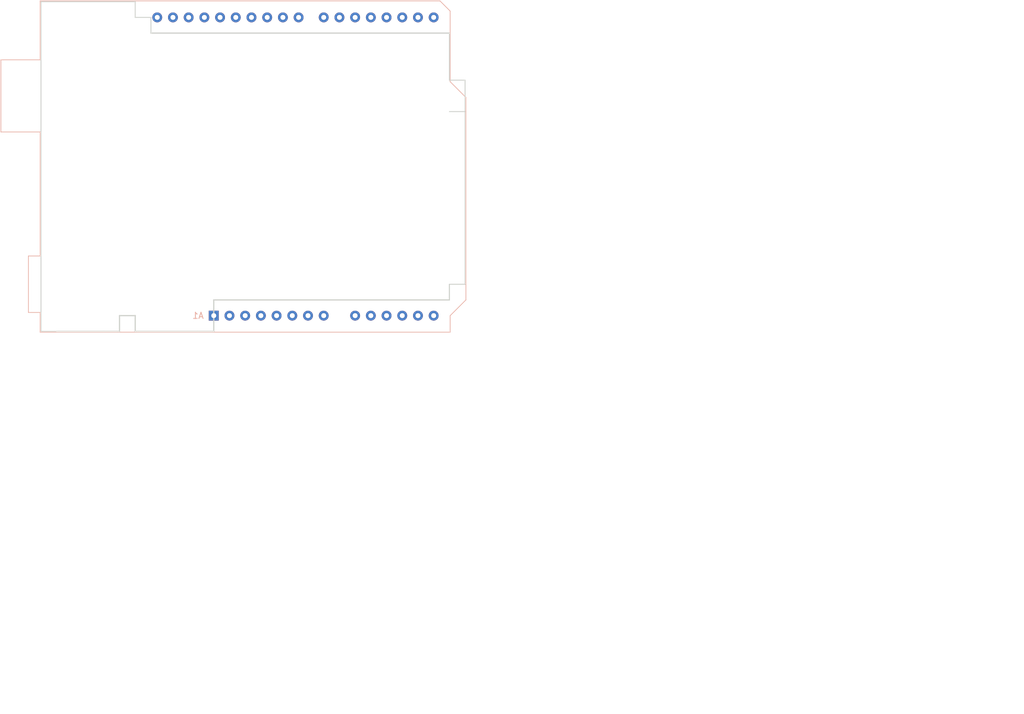
<source format=kicad_pcb>
(kicad_pcb (version 20171130) (host pcbnew "(5.0.1-3-g963ef8bb5)")

  (general
    (thickness 1.6)
    (drawings 29)
    (tracks 74)
    (zones 0)
    (modules 1)
    (nets 31)
  )

  (page A4)
  (layers
    (0 F.Solder signal)
    (1 B.Solder signal)
    (2 F.Wire signal)
    (31 B.Wire signal)
    (32 B.Adhes user)
    (33 F.Adhes user)
    (34 B.Paste user)
    (35 F.Paste user)
    (36 B.SilkS user)
    (37 F.SilkS user)
    (38 B.Mask user)
    (39 F.Mask user)
    (40 Dwgs.User user)
    (41 Cmts.User user)
    (42 Eco1.User user)
    (43 Eco2.User user)
    (44 Edge.Cuts user)
    (45 Margin user)
    (46 B.CrtYd user)
    (47 F.CrtYd user)
    (48 B.Fab user hide)
    (49 F.Fab user hide)
  )

  (setup
    (last_trace_width 0.25)
    (trace_clearance 0.2)
    (zone_clearance 0.508)
    (zone_45_only no)
    (trace_min 0.2)
    (segment_width 0.2)
    (edge_width 0.15)
    (via_size 0.8)
    (via_drill 0.4)
    (via_min_size 0.4)
    (via_min_drill 0.3)
    (uvia_size 0.3)
    (uvia_drill 0.1)
    (uvias_allowed no)
    (uvia_min_size 0.2)
    (uvia_min_drill 0.1)
    (pcb_text_width 0.3)
    (pcb_text_size 1.5 1.5)
    (mod_edge_width 0.15)
    (mod_text_size 1 1)
    (mod_text_width 0.15)
    (pad_size 1.524 1.524)
    (pad_drill 0.762)
    (pad_to_mask_clearance 0.051)
    (solder_mask_min_width 0.25)
    (aux_axis_origin 0 0)
    (visible_elements FFFFFF7F)
    (pcbplotparams
      (layerselection 0x010fc_ffffffff)
      (usegerberextensions false)
      (usegerberattributes false)
      (usegerberadvancedattributes false)
      (creategerberjobfile false)
      (excludeedgelayer true)
      (linewidth 0.100000)
      (plotframeref false)
      (viasonmask false)
      (mode 1)
      (useauxorigin false)
      (hpglpennumber 1)
      (hpglpenspeed 20)
      (hpglpendiameter 15.000000)
      (psnegative false)
      (psa4output false)
      (plotreference true)
      (plotvalue true)
      (plotinvisibletext false)
      (padsonsilk false)
      (subtractmaskfromsilk false)
      (outputformat 1)
      (mirror false)
      (drillshape 1)
      (scaleselection 1)
      (outputdirectory ""))
  )

  (net 0 "")
  (net 1 "Net-(A1-Pad32)")
  (net 2 "Net-(A1-Pad31)")
  (net 3 "Net-(A1-Pad1)")
  (net 4 "Net-(A1-Pad17)")
  (net 5 "Net-(A1-Pad2)")
  (net 6 "Net-(A1-Pad18)")
  (net 7 "Net-(A1-Pad3)")
  (net 8 "Net-(A1-Pad19)")
  (net 9 "Net-(A1-Pad4)")
  (net 10 "Net-(A1-Pad20)")
  (net 11 +5V)
  (net 12 "Net-(A1-Pad21)")
  (net 13 GND)
  (net 14 "Net-(A1-Pad22)")
  (net 15 "Net-(A1-Pad23)")
  (net 16 "Net-(A1-Pad8)")
  (net 17 "Net-(A1-Pad24)")
  (net 18 "Net-(A1-Pad9)")
  (net 19 "Net-(A1-Pad25)")
  (net 20 "Net-(A1-Pad10)")
  (net 21 "Net-(A1-Pad26)")
  (net 22 "Net-(A1-Pad11)")
  (net 23 "Net-(A1-Pad27)")
  (net 24 "Net-(A1-Pad12)")
  (net 25 "Net-(A1-Pad28)")
  (net 26 "Net-(A1-Pad13)")
  (net 27 "Net-(A1-Pad14)")
  (net 28 "Net-(A1-Pad30)")
  (net 29 "Net-(A1-Pad15)")
  (net 30 "Net-(A1-Pad16)")

  (net_class Default "This is the default net class."
    (clearance 0.2)
    (trace_width 0.25)
    (via_dia 0.8)
    (via_drill 0.4)
    (uvia_dia 0.3)
    (uvia_drill 0.1)
    (add_net +5V)
    (add_net GND)
    (add_net "Net-(A1-Pad1)")
    (add_net "Net-(A1-Pad10)")
    (add_net "Net-(A1-Pad11)")
    (add_net "Net-(A1-Pad12)")
    (add_net "Net-(A1-Pad13)")
    (add_net "Net-(A1-Pad14)")
    (add_net "Net-(A1-Pad15)")
    (add_net "Net-(A1-Pad16)")
    (add_net "Net-(A1-Pad17)")
    (add_net "Net-(A1-Pad18)")
    (add_net "Net-(A1-Pad19)")
    (add_net "Net-(A1-Pad2)")
    (add_net "Net-(A1-Pad20)")
    (add_net "Net-(A1-Pad21)")
    (add_net "Net-(A1-Pad22)")
    (add_net "Net-(A1-Pad23)")
    (add_net "Net-(A1-Pad24)")
    (add_net "Net-(A1-Pad25)")
    (add_net "Net-(A1-Pad26)")
    (add_net "Net-(A1-Pad27)")
    (add_net "Net-(A1-Pad28)")
    (add_net "Net-(A1-Pad3)")
    (add_net "Net-(A1-Pad30)")
    (add_net "Net-(A1-Pad31)")
    (add_net "Net-(A1-Pad32)")
    (add_net "Net-(A1-Pad4)")
    (add_net "Net-(A1-Pad8)")
    (add_net "Net-(A1-Pad9)")
  )

  (module ECE3400:Arduino_UNO_R3 (layer B.Wire) (tedit 5D8CE35F) (tstamp 5E130788)
    (at 139.7 129.54)
    (path /5D8F1316)
    (fp_text reference A1 (at -2.54 0 -180) (layer B.SilkS)
      (effects (font (size 1 1) (thickness 0.15)) (justify mirror))
    )
    (fp_text value Arduino_UNO_R3 (at 0 -22.86) (layer B.Fab)
      (effects (font (size 1 1) (thickness 0.15)) (justify mirror))
    )
    (fp_text user %R (at 0 -20.32 -180) (layer B.Fab)
      (effects (font (size 1 1) (thickness 0.15)) (justify mirror))
    )
    (fp_line (start 38.35 2.79) (end 38.35 0) (layer B.CrtYd) (width 0.05))
    (fp_line (start 38.35 0) (end 40.89 -2.54) (layer B.CrtYd) (width 0.05))
    (fp_line (start 40.89 -2.54) (end 40.89 -35.31) (layer B.CrtYd) (width 0.05))
    (fp_line (start 40.89 -35.31) (end 38.35 -37.85) (layer B.CrtYd) (width 0.05))
    (fp_line (start 38.35 -37.85) (end 38.35 -49.28) (layer B.CrtYd) (width 0.05))
    (fp_line (start 38.35 -49.28) (end 36.58 -51.05) (layer B.CrtYd) (width 0.05))
    (fp_line (start 36.58 -51.05) (end -28.19 -51.05) (layer B.CrtYd) (width 0.05))
    (fp_line (start -28.19 -51.05) (end -28.19 -41.53) (layer B.CrtYd) (width 0.05))
    (fp_line (start -28.19 -41.53) (end -34.54 -41.53) (layer B.CrtYd) (width 0.05))
    (fp_line (start -34.54 -41.53) (end -34.54 -29.59) (layer B.CrtYd) (width 0.05))
    (fp_line (start -34.54 -29.59) (end -28.19 -29.59) (layer B.CrtYd) (width 0.05))
    (fp_line (start -28.19 -29.59) (end -28.19 -9.78) (layer B.CrtYd) (width 0.05))
    (fp_line (start -28.19 -9.78) (end -30.1 -9.78) (layer B.CrtYd) (width 0.05))
    (fp_line (start -30.1 -9.78) (end -30.1 -0.38) (layer B.CrtYd) (width 0.05))
    (fp_line (start -30.1 -0.38) (end -28.19 -0.38) (layer B.CrtYd) (width 0.05))
    (fp_line (start -28.19 -0.38) (end -28.19 2.79) (layer B.CrtYd) (width 0.05))
    (fp_line (start -28.19 2.79) (end 38.35 2.79) (layer B.CrtYd) (width 0.05))
    (fp_line (start 40.77 -35.31) (end 40.77 -2.54) (layer B.SilkS) (width 0.12))
    (fp_line (start 40.77 -2.54) (end 38.23 0) (layer B.SilkS) (width 0.12))
    (fp_line (start 38.23 0) (end 38.23 2.67) (layer B.SilkS) (width 0.12))
    (fp_line (start 38.23 2.67) (end -28.07 2.67) (layer B.SilkS) (width 0.12))
    (fp_line (start -28.07 2.67) (end -28.07 -0.51) (layer B.SilkS) (width 0.12))
    (fp_line (start -28.07 -0.51) (end -29.97 -0.51) (layer B.SilkS) (width 0.12))
    (fp_line (start -29.97 -0.51) (end -29.97 -9.65) (layer B.SilkS) (width 0.12))
    (fp_line (start -29.97 -9.65) (end -28.07 -9.65) (layer B.SilkS) (width 0.12))
    (fp_line (start -28.07 -9.65) (end -28.07 -29.72) (layer B.SilkS) (width 0.12))
    (fp_line (start -28.07 -29.72) (end -34.42 -29.72) (layer B.SilkS) (width 0.12))
    (fp_line (start -34.42 -29.72) (end -34.42 -41.4) (layer B.SilkS) (width 0.12))
    (fp_line (start -34.42 -41.4) (end -28.07 -41.4) (layer B.SilkS) (width 0.12))
    (fp_line (start -28.07 -41.4) (end -28.07 -50.93) (layer B.SilkS) (width 0.12))
    (fp_line (start -28.07 -50.93) (end 36.58 -50.93) (layer B.SilkS) (width 0.12))
    (fp_line (start 36.58 -50.93) (end 38.23 -49.28) (layer B.SilkS) (width 0.12))
    (fp_line (start 38.23 -49.28) (end 38.23 -37.85) (layer B.SilkS) (width 0.12))
    (fp_line (start 38.23 -37.85) (end 40.77 -35.31) (layer B.SilkS) (width 0.12))
    (fp_line (start -34.29 -29.84) (end -18.41 -29.84) (layer B.Fab) (width 0.1))
    (fp_line (start -18.41 -29.84) (end -18.41 -41.27) (layer B.Fab) (width 0.1))
    (fp_line (start -18.41 -41.27) (end -34.29 -41.27) (layer B.Fab) (width 0.1))
    (fp_line (start -34.29 -41.27) (end -34.29 -29.84) (layer B.Fab) (width 0.1))
    (fp_line (start -29.84 -0.64) (end -16.51 -0.64) (layer B.Fab) (width 0.1))
    (fp_line (start -16.51 -0.64) (end -16.51 -9.53) (layer B.Fab) (width 0.1))
    (fp_line (start -16.51 -9.53) (end -29.84 -9.53) (layer B.Fab) (width 0.1))
    (fp_line (start -29.84 -9.53) (end -29.84 -0.64) (layer B.Fab) (width 0.1))
    (fp_line (start 38.1 -37.85) (end 38.1 -49.28) (layer B.Fab) (width 0.1))
    (fp_line (start 40.64 -2.54) (end 40.64 -35.31) (layer B.Fab) (width 0.1))
    (fp_line (start 40.64 -35.31) (end 38.1 -37.85) (layer B.Fab) (width 0.1))
    (fp_line (start 38.1 2.54) (end 38.1 0) (layer B.Fab) (width 0.1))
    (fp_line (start 38.1 0) (end 40.64 -2.54) (layer B.Fab) (width 0.1))
    (fp_line (start 38.1 -49.28) (end 36.58 -50.8) (layer B.Fab) (width 0.1))
    (fp_line (start 36.58 -50.8) (end -27.94 -50.8) (layer B.Fab) (width 0.1))
    (fp_line (start -27.94 -50.8) (end -27.94 2.54) (layer B.Fab) (width 0.1))
    (fp_line (start -27.94 2.54) (end 38.1 2.54) (layer B.Fab) (width 0.1))
    (pad 32 thru_hole oval (at -9.14 -48.26 270) (size 1.6 1.6) (drill 0.8) (layers *.Cu *.Mask)
      (net 1 "Net-(A1-Pad32)"))
    (pad 31 thru_hole oval (at -6.6 -48.26 270) (size 1.6 1.6) (drill 0.8) (layers *.Cu *.Mask)
      (net 2 "Net-(A1-Pad31)"))
    (pad 1 thru_hole rect (at 0 0 270) (size 1.6 1.6) (drill 0.8) (layers *.Cu *.Mask)
      (net 3 "Net-(A1-Pad1)"))
    (pad 17 thru_hole oval (at 30.48 -48.26 270) (size 1.6 1.6) (drill 0.8) (layers *.Cu *.Mask)
      (net 4 "Net-(A1-Pad17)"))
    (pad 2 thru_hole oval (at 2.54 0 270) (size 1.6 1.6) (drill 0.8) (layers *.Cu *.Mask)
      (net 5 "Net-(A1-Pad2)"))
    (pad 18 thru_hole oval (at 27.94 -48.26 270) (size 1.6 1.6) (drill 0.8) (layers *.Cu *.Mask)
      (net 6 "Net-(A1-Pad18)"))
    (pad 3 thru_hole oval (at 5.08 0 270) (size 1.6 1.6) (drill 0.8) (layers *.Cu *.Mask)
      (net 7 "Net-(A1-Pad3)"))
    (pad 19 thru_hole oval (at 25.4 -48.26 270) (size 1.6 1.6) (drill 0.8) (layers *.Cu *.Mask)
      (net 8 "Net-(A1-Pad19)"))
    (pad 4 thru_hole oval (at 7.62 0 270) (size 1.6 1.6) (drill 0.8) (layers *.Cu *.Mask)
      (net 9 "Net-(A1-Pad4)"))
    (pad 20 thru_hole oval (at 22.86 -48.26 270) (size 1.6 1.6) (drill 0.8) (layers *.Cu *.Mask)
      (net 10 "Net-(A1-Pad20)"))
    (pad 5 thru_hole oval (at 10.16 0 270) (size 1.6 1.6) (drill 0.8) (layers *.Cu *.Mask)
      (net 11 +5V))
    (pad 21 thru_hole oval (at 20.32 -48.26 270) (size 1.6 1.6) (drill 0.8) (layers *.Cu *.Mask)
      (net 12 "Net-(A1-Pad21)"))
    (pad 6 thru_hole oval (at 12.7 0 270) (size 1.6 1.6) (drill 0.8) (layers *.Cu *.Mask)
      (net 13 GND))
    (pad 22 thru_hole oval (at 17.78 -48.26 270) (size 1.6 1.6) (drill 0.8) (layers *.Cu *.Mask)
      (net 14 "Net-(A1-Pad22)"))
    (pad 7 thru_hole oval (at 15.24 0 270) (size 1.6 1.6) (drill 0.8) (layers *.Cu *.Mask)
      (net 13 GND))
    (pad 23 thru_hole oval (at 13.72 -48.26 270) (size 1.6 1.6) (drill 0.8) (layers *.Cu *.Mask)
      (net 15 "Net-(A1-Pad23)"))
    (pad 8 thru_hole oval (at 17.78 0 270) (size 1.6 1.6) (drill 0.8) (layers *.Cu *.Mask)
      (net 16 "Net-(A1-Pad8)"))
    (pad 24 thru_hole oval (at 11.18 -48.26 270) (size 1.6 1.6) (drill 0.8) (layers *.Cu *.Mask)
      (net 17 "Net-(A1-Pad24)"))
    (pad 9 thru_hole oval (at 22.86 0 270) (size 1.6 1.6) (drill 0.8) (layers *.Cu *.Mask)
      (net 18 "Net-(A1-Pad9)"))
    (pad 25 thru_hole oval (at 8.64 -48.26 270) (size 1.6 1.6) (drill 0.8) (layers *.Cu *.Mask)
      (net 19 "Net-(A1-Pad25)"))
    (pad 10 thru_hole oval (at 25.4 0 270) (size 1.6 1.6) (drill 0.8) (layers *.Cu *.Mask)
      (net 20 "Net-(A1-Pad10)"))
    (pad 26 thru_hole oval (at 6.1 -48.26 270) (size 1.6 1.6) (drill 0.8) (layers *.Cu *.Mask)
      (net 21 "Net-(A1-Pad26)"))
    (pad 11 thru_hole oval (at 27.94 0 270) (size 1.6 1.6) (drill 0.8) (layers *.Cu *.Mask)
      (net 22 "Net-(A1-Pad11)"))
    (pad 27 thru_hole oval (at 3.56 -48.26 270) (size 1.6 1.6) (drill 0.8) (layers *.Cu *.Mask)
      (net 23 "Net-(A1-Pad27)"))
    (pad 12 thru_hole oval (at 30.48 0 270) (size 1.6 1.6) (drill 0.8) (layers *.Cu *.Mask)
      (net 24 "Net-(A1-Pad12)"))
    (pad 28 thru_hole oval (at 1.02 -48.26 270) (size 1.6 1.6) (drill 0.8) (layers *.Cu *.Mask)
      (net 25 "Net-(A1-Pad28)"))
    (pad 13 thru_hole oval (at 33.02 0 270) (size 1.6 1.6) (drill 0.8) (layers *.Cu *.Mask)
      (net 26 "Net-(A1-Pad13)"))
    (pad 29 thru_hole oval (at -1.52 -48.26 270) (size 1.6 1.6) (drill 0.8) (layers *.Cu *.Mask)
      (net 13 GND))
    (pad 14 thru_hole oval (at 35.56 0 270) (size 1.6 1.6) (drill 0.8) (layers *.Cu *.Mask)
      (net 27 "Net-(A1-Pad14)"))
    (pad 30 thru_hole oval (at -4.06 -48.26 270) (size 1.6 1.6) (drill 0.8) (layers *.Cu *.Mask)
      (net 28 "Net-(A1-Pad30)"))
    (pad 15 thru_hole oval (at 35.56 -48.26 270) (size 1.6 1.6) (drill 0.8) (layers *.Cu *.Mask)
      (net 29 "Net-(A1-Pad15)"))
    (pad 16 thru_hole oval (at 33.02 -48.26 270) (size 1.6 1.6) (drill 0.8) (layers *.Cu *.Mask)
      (net 30 "Net-(A1-Pad16)"))
    (model ${KISYS3DMOD}/Module.3dshapes/Arduino_UNO_R3.wrl
      (at (xyz 0 0 0))
      (scale (xyz 1 1 1))
      (rotate (xyz 0 0 0))
    )
  )

  (gr_text misc_shield.kicad_pcb (at 194.31 186.055) (layer Dwgs.User) (tstamp 5E13061E)
    (effects (font (size 1.27 1.27) (thickness 0.127)))
  )
  (gr_text - (at 269.875 193.04) (layer Dwgs.User)
    (effects (font (size 1.27 1.27) (thickness 0.127)))
  )
  (gr_text "September 2019" (at 214.63 193.04) (layer Dwgs.User)
    (effects (font (size 1.27 1.27) (thickness 0.127)))
  )
  (gr_text "Misc Shield" (at 192.405 189.865) (layer Dwgs.User)
    (effects (font (size 1.27 1.27) (thickness 0.127)))
  )
  (gr_text "Team 21" (at 187.96 175.26) (layer Dwgs.User)
    (effects (font (size 2.54 2.54) (thickness 0.254)))
  )
  (gr_line (start 139.7 127) (end 177.8 127) (layer Edge.Cuts) (width 0.2) (tstamp 5E1306ED))
  (gr_line (start 139.7 132.08) (end 139.7 127) (layer Edge.Cuts) (width 0.2) (tstamp 5E1306EA))
  (gr_line (start 129.54 83.82) (end 177.8 83.82) (layer Edge.Cuts) (width 0.2) (tstamp 5E1306F0))
  (gr_line (start 111.76 132.08) (end 114.3 132.08) (layer Edge.Cuts) (width 0.15) (tstamp 5E13072F))
  (gr_line (start 111.76 78.74) (end 111.76 132.08) (layer Edge.Cuts) (width 0.15) (tstamp 5E13072C))
  (gr_line (start 127 78.74) (end 111.76 78.74) (layer Edge.Cuts) (width 0.15) (tstamp 5E130729))
  (gr_line (start 127 81.28) (end 127 78.74) (layer Edge.Cuts) (width 0.15) (tstamp 5E130726))
  (gr_line (start 129.54 81.28) (end 127 81.28) (layer Edge.Cuts) (width 0.15) (tstamp 5E130723))
  (gr_line (start 129.54 83.82) (end 129.54 81.28) (layer Edge.Cuts) (width 0.15) (tstamp 5E130720))
  (gr_line (start 177.8 91.44) (end 177.8 83.82) (layer Edge.Cuts) (width 0.15) (tstamp 5E13071D))
  (gr_line (start 180.34 91.44) (end 177.8 91.44) (layer Edge.Cuts) (width 0.15) (tstamp 5E13071A))
  (gr_line (start 180.34 96.52) (end 180.34 91.44) (layer Edge.Cuts) (width 0.15) (tstamp 5E130717))
  (gr_line (start 180.34 96.52) (end 177.8 96.52) (layer Edge.Cuts) (width 0.15) (tstamp 5E130714))
  (gr_line (start 180.34 124.46) (end 180.34 96.52) (layer Edge.Cuts) (width 0.15) (tstamp 5E130711))
  (gr_line (start 177.8 124.46) (end 180.34 124.46) (layer Edge.Cuts) (width 0.15) (tstamp 5E13070E))
  (gr_line (start 177.8 124.46) (end 177.8 127) (layer Edge.Cuts) (width 0.15) (tstamp 5E13070B))
  (gr_line (start 177.8 127) (end 177.8 124.46) (layer Edge.Cuts) (width 0.15) (tstamp 5E130708))
  (gr_line (start 137.16 132.08) (end 139.7 132.08) (layer Edge.Cuts) (width 0.2) (tstamp 5E130705))
  (gr_line (start 127 132.08) (end 137.16 132.08) (layer Edge.Cuts) (width 0.2) (tstamp 5E130702))
  (gr_line (start 127 129.54) (end 127 132.08) (layer Edge.Cuts) (width 0.2) (tstamp 5E1306FF))
  (gr_line (start 124.46 129.54) (end 127 129.54) (layer Edge.Cuts) (width 0.2) (tstamp 5E1306FC))
  (gr_line (start 124.46 132.08) (end 124.46 129.54) (layer Edge.Cuts) (width 0.2) (tstamp 5E1306F9))
  (gr_line (start 121.92 132.08) (end 124.46 132.08) (layer Edge.Cuts) (width 0.2) (tstamp 5E1306F6))
  (gr_line (start 114.3 132.08) (end 121.92 132.08) (layer Edge.Cuts) (width 0.2) (tstamp 5E1306F3))

  (segment (start 130.56 82.41137) (end 130.56 81.28) (width 0.25) (layer B.Solder) (net 1))
  (segment (start 132.08 83.93137) (end 130.56 82.41137) (width 0.25) (layer B.Solder) (net 1))
  (segment (start 132.08 86.36) (end 132.08 83.93137) (width 0.25) (layer B.Solder) (net 1))
  (segment (start 134.62 83.93137) (end 133.1 82.41137) (width 0.25) (layer B.Solder) (net 2))
  (segment (start 133.1 82.41137) (end 133.1 81.28) (width 0.25) (layer B.Solder) (net 2))
  (segment (start 134.62 86.36) (end 134.62 83.93137) (width 0.25) (layer B.Solder) (net 2))
  (segment (start 139.7 129.54) (end 139.7 125.73) (width 0.25) (layer B.Solder) (net 3) (tstamp 5E130882))
  (segment (start 139.7 124.46) (end 139.7 125.73) (width 0.25) (layer B.Solder) (net 3))
  (segment (start 170.18 81.28) (end 170.18 85.09) (width 0.25) (layer B.Solder) (net 4) (tstamp 5E130843))
  (segment (start 170.18 86.36) (end 170.18 85.09) (width 0.25) (layer B.Solder) (net 4))
  (segment (start 142.24 129.54) (end 142.24 125.73) (width 0.25) (layer B.Solder) (net 5) (tstamp 5E1308CD))
  (segment (start 142.24 124.46) (end 142.24 125.73) (width 0.25) (layer B.Solder) (net 5))
  (segment (start 167.64 81.28) (end 167.64 85.09) (width 0.25) (layer B.Solder) (net 6) (tstamp 5E13086D))
  (segment (start 167.64 86.36) (end 167.64 85.09) (width 0.25) (layer B.Solder) (net 6))
  (segment (start 144.78 129.54) (end 144.78 125.73) (width 0.25) (layer B.Solder) (net 7) (tstamp 5E1308C7))
  (segment (start 144.78 124.46) (end 144.78 125.73) (width 0.25) (layer B.Solder) (net 7))
  (segment (start 165.1 81.28) (end 165.1 85.09) (width 0.25) (layer B.Solder) (net 8) (tstamp 5E130870))
  (segment (start 165.1 86.36) (end 165.1 85.09) (width 0.25) (layer B.Solder) (net 8))
  (segment (start 147.32 129.54) (end 147.32 125.73) (width 0.25) (layer B.Solder) (net 9) (tstamp 5E1308CA))
  (segment (start 147.32 124.46) (end 147.32 125.73) (width 0.25) (layer B.Solder) (net 9))
  (segment (start 162.56 81.28) (end 162.56 85.09) (width 0.25) (layer B.Solder) (net 10) (tstamp 5E130861))
  (segment (start 162.56 86.36) (end 162.56 85.09) (width 0.25) (layer B.Solder) (net 10))
  (segment (start 149.86 129.54) (end 149.86 125.73) (width 0.25) (layer B.Solder) (net 11) (tstamp 5E1308A0))
  (segment (start 149.86 124.46) (end 149.86 125.73) (width 0.25) (layer B.Solder) (net 11))
  (segment (start 160.02 81.28) (end 160.02 85.09) (width 0.25) (layer B.Solder) (net 12) (tstamp 5E130840))
  (segment (start 160.02 86.36) (end 160.02 85.09) (width 0.25) (layer B.Solder) (net 12))
  (segment (start 152.4 129.54) (end 152.4 125.73) (width 0.25) (layer B.Solder) (net 13) (tstamp 5E1308D0))
  (segment (start 154.94 129.54) (end 154.94 125.73) (width 0.25) (layer B.Solder) (net 13) (tstamp 5E130897))
  (segment (start 138.18 82.41137) (end 138.18 81.28) (width 0.25) (layer B.Solder) (net 13))
  (segment (start 139.7 83.93137) (end 138.18 82.41137) (width 0.25) (layer B.Solder) (net 13))
  (segment (start 139.7 86.36) (end 139.7 83.93137) (width 0.25) (layer B.Solder) (net 13))
  (segment (start 154.94 124.46) (end 154.94 125.73) (width 0.25) (layer B.Solder) (net 13))
  (segment (start 152.4 124.46) (end 152.4 125.73) (width 0.25) (layer B.Solder) (net 13))
  (segment (start 157.48 81.28) (end 157.48 85.09) (width 0.25) (layer B.Solder) (net 14) (tstamp 5E13084C))
  (segment (start 157.48 86.36) (end 157.48 85.09) (width 0.25) (layer B.Solder) (net 14))
  (segment (start 153.42 82.41137) (end 153.42 81.28) (width 0.25) (layer B.Solder) (net 15))
  (segment (start 154.94 83.93137) (end 153.42 82.41137) (width 0.25) (layer B.Solder) (net 15))
  (segment (start 154.94 86.36) (end 154.94 83.93137) (width 0.25) (layer B.Solder) (net 15))
  (segment (start 157.48 129.54) (end 157.48 125.73) (width 0.25) (layer B.Solder) (net 16) (tstamp 5E130879))
  (segment (start 157.48 124.46) (end 157.48 125.73) (width 0.25) (layer B.Solder) (net 16))
  (segment (start 150.88 82.41137) (end 150.88 81.28) (width 0.25) (layer B.Solder) (net 17))
  (segment (start 152.4 83.93137) (end 150.88 82.41137) (width 0.25) (layer B.Solder) (net 17))
  (segment (start 152.4 86.36) (end 152.4 83.93137) (width 0.25) (layer B.Solder) (net 17))
  (segment (start 162.56 129.54) (end 162.56 125.73) (width 0.25) (layer B.Solder) (net 18) (tstamp 5E130885))
  (segment (start 162.56 124.46) (end 162.56 125.73) (width 0.25) (layer B.Solder) (net 18))
  (segment (start 149.86 83.93137) (end 148.34 82.41137) (width 0.25) (layer B.Solder) (net 19))
  (segment (start 148.34 82.41137) (end 148.34 81.28) (width 0.25) (layer B.Solder) (net 19))
  (segment (start 149.86 86.36) (end 149.86 83.93137) (width 0.25) (layer B.Solder) (net 19))
  (segment (start 165.1 129.54) (end 165.1 125.73) (width 0.25) (layer B.Solder) (net 20) (tstamp 5E1308BB))
  (segment (start 165.1 124.46) (end 165.1 125.73) (width 0.25) (layer B.Solder) (net 20))
  (segment (start 147.32 83.93137) (end 145.8 82.41137) (width 0.25) (layer B.Solder) (net 21))
  (segment (start 145.8 82.41137) (end 145.8 81.28) (width 0.25) (layer B.Solder) (net 21))
  (segment (start 147.32 86.36) (end 147.32 83.93137) (width 0.25) (layer B.Solder) (net 21))
  (segment (start 167.64 129.54) (end 167.64 125.73) (width 0.25) (layer B.Solder) (net 22) (tstamp 5E13089D))
  (segment (start 167.64 124.46) (end 167.64 125.73) (width 0.25) (layer B.Solder) (net 22))
  (segment (start 143.26 82.41137) (end 143.26 81.28) (width 0.25) (layer B.Solder) (net 23))
  (segment (start 144.78 83.93137) (end 143.26 82.41137) (width 0.25) (layer B.Solder) (net 23))
  (segment (start 144.78 86.36) (end 144.78 83.93137) (width 0.25) (layer B.Solder) (net 23))
  (segment (start 170.18 129.54) (end 170.18 125.73) (width 0.25) (layer B.Solder) (net 24) (tstamp 5E1308B8))
  (segment (start 170.18 124.46) (end 170.18 125.73) (width 0.25) (layer B.Solder) (net 24))
  (segment (start 142.24 83.93137) (end 140.72 82.41137) (width 0.25) (layer B.Solder) (net 25))
  (segment (start 140.72 82.41137) (end 140.72 81.28) (width 0.25) (layer B.Solder) (net 25))
  (segment (start 142.24 86.36) (end 142.24 83.93137) (width 0.25) (layer B.Solder) (net 25))
  (segment (start 172.72 129.54) (end 172.72 125.73) (width 0.25) (layer B.Solder) (net 26) (tstamp 5E1308B2))
  (segment (start 172.72 124.46) (end 172.72 125.73) (width 0.25) (layer B.Solder) (net 26))
  (segment (start 175.26 129.54) (end 175.26 125.73) (width 0.25) (layer B.Solder) (net 27) (tstamp 5E1308AF))
  (segment (start 175.26 124.46) (end 175.26 125.73) (width 0.25) (layer B.Solder) (net 27))
  (segment (start 135.64 82.41137) (end 135.64 81.28) (width 0.25) (layer B.Solder) (net 28))
  (segment (start 137.16 83.93137) (end 135.64 82.41137) (width 0.25) (layer B.Solder) (net 28))
  (segment (start 137.16 86.36) (end 137.16 83.93137) (width 0.25) (layer B.Solder) (net 28))
  (segment (start 175.26 81.28) (end 175.26 85.09) (width 0.25) (layer B.Solder) (net 29) (tstamp 5E130873))
  (segment (start 175.26 86.36) (end 175.26 85.09) (width 0.25) (layer B.Solder) (net 29))
  (segment (start 172.72 81.28) (end 172.72 85.09) (width 0.25) (layer B.Solder) (net 30) (tstamp 5E13083D))
  (segment (start 172.72 86.36) (end 172.72 85.09) (width 0.25) (layer B.Solder) (net 30))

)

</source>
